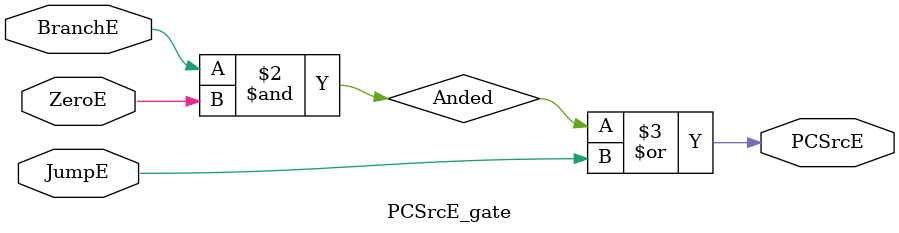
<source format=sv>
module PCSrcE_gate (
    input logic JumpE,
    input logic BranchE,
    input logic ZeroE,

    output logic PCSrcE
);

always_comb begin
    Anded = BranchE & ZeroE;
    PCSrcE = Anded | JumpE;
end

endmodule

</source>
